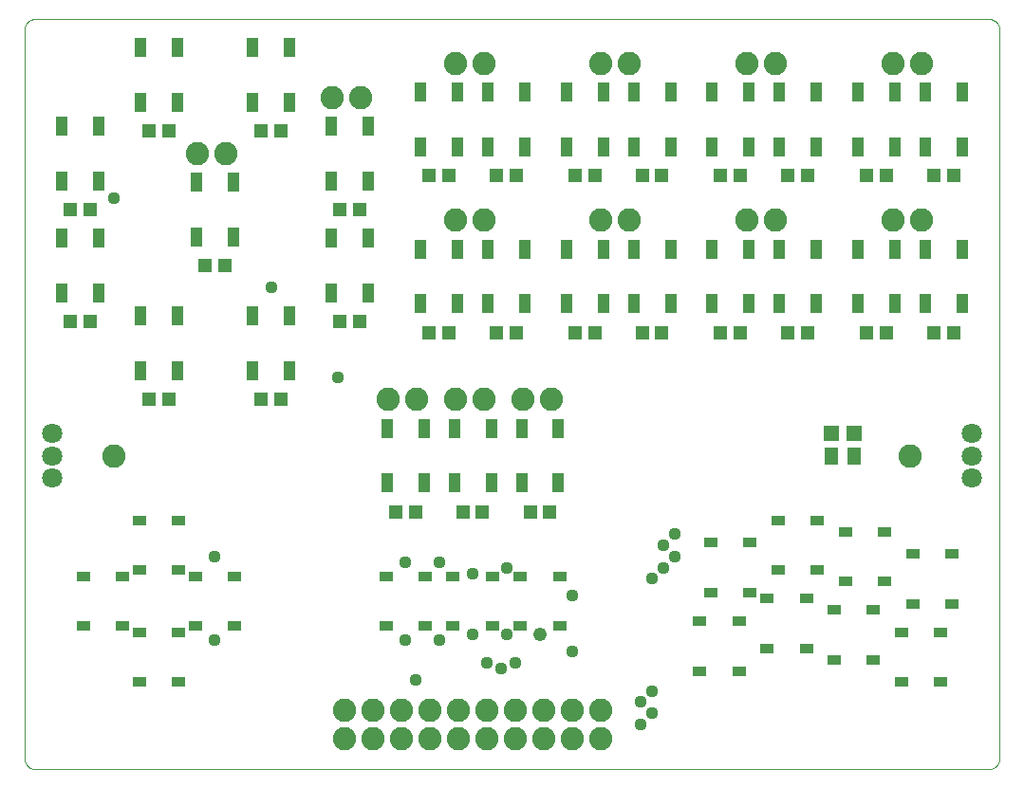
<source format=gts>
G75*
%MOIN*%
%OFA0B0*%
%FSLAX25Y25*%
%IPPOS*%
%LPD*%
%AMOC8*
5,1,8,0,0,1.08239X$1,22.5*
%
%ADD10C,0.00000*%
%ADD11R,0.04934X0.05052*%
%ADD12C,0.08200*%
%ADD13C,0.07099*%
%ADD14R,0.04343X0.06706*%
%ADD15R,0.05131X0.03556*%
%ADD16R,0.05524X0.05524*%
%ADD17R,0.05131X0.06312*%
%ADD18C,0.04369*%
%ADD19C,0.04762*%
D10*
X0005737Y0001800D02*
X0340383Y0001800D01*
X0340507Y0001802D01*
X0340630Y0001808D01*
X0340754Y0001817D01*
X0340876Y0001831D01*
X0340999Y0001848D01*
X0341121Y0001870D01*
X0341242Y0001895D01*
X0341362Y0001924D01*
X0341481Y0001956D01*
X0341600Y0001993D01*
X0341717Y0002033D01*
X0341832Y0002076D01*
X0341947Y0002124D01*
X0342059Y0002175D01*
X0342170Y0002229D01*
X0342280Y0002287D01*
X0342387Y0002348D01*
X0342493Y0002413D01*
X0342596Y0002481D01*
X0342697Y0002552D01*
X0342796Y0002626D01*
X0342893Y0002703D01*
X0342987Y0002784D01*
X0343078Y0002867D01*
X0343167Y0002953D01*
X0343253Y0003042D01*
X0343336Y0003133D01*
X0343417Y0003227D01*
X0343494Y0003324D01*
X0343568Y0003423D01*
X0343639Y0003524D01*
X0343707Y0003627D01*
X0343772Y0003733D01*
X0343833Y0003840D01*
X0343891Y0003950D01*
X0343945Y0004061D01*
X0343996Y0004173D01*
X0344044Y0004288D01*
X0344087Y0004403D01*
X0344127Y0004520D01*
X0344164Y0004639D01*
X0344196Y0004758D01*
X0344225Y0004878D01*
X0344250Y0004999D01*
X0344272Y0005121D01*
X0344289Y0005244D01*
X0344303Y0005366D01*
X0344312Y0005490D01*
X0344318Y0005613D01*
X0344320Y0005737D01*
X0344320Y0261643D01*
X0344318Y0261767D01*
X0344312Y0261890D01*
X0344303Y0262014D01*
X0344289Y0262136D01*
X0344272Y0262259D01*
X0344250Y0262381D01*
X0344225Y0262502D01*
X0344196Y0262622D01*
X0344164Y0262741D01*
X0344127Y0262860D01*
X0344087Y0262977D01*
X0344044Y0263092D01*
X0343996Y0263207D01*
X0343945Y0263319D01*
X0343891Y0263430D01*
X0343833Y0263540D01*
X0343772Y0263647D01*
X0343707Y0263753D01*
X0343639Y0263856D01*
X0343568Y0263957D01*
X0343494Y0264056D01*
X0343417Y0264153D01*
X0343336Y0264247D01*
X0343253Y0264338D01*
X0343167Y0264427D01*
X0343078Y0264513D01*
X0342987Y0264596D01*
X0342893Y0264677D01*
X0342796Y0264754D01*
X0342697Y0264828D01*
X0342596Y0264899D01*
X0342493Y0264967D01*
X0342387Y0265032D01*
X0342280Y0265093D01*
X0342170Y0265151D01*
X0342059Y0265205D01*
X0341947Y0265256D01*
X0341832Y0265304D01*
X0341717Y0265347D01*
X0341600Y0265387D01*
X0341481Y0265424D01*
X0341362Y0265456D01*
X0341242Y0265485D01*
X0341121Y0265510D01*
X0340999Y0265532D01*
X0340876Y0265549D01*
X0340754Y0265563D01*
X0340630Y0265572D01*
X0340507Y0265578D01*
X0340383Y0265580D01*
X0005737Y0265580D01*
X0005613Y0265578D01*
X0005490Y0265572D01*
X0005366Y0265563D01*
X0005244Y0265549D01*
X0005121Y0265532D01*
X0004999Y0265510D01*
X0004878Y0265485D01*
X0004758Y0265456D01*
X0004639Y0265424D01*
X0004520Y0265387D01*
X0004403Y0265347D01*
X0004288Y0265304D01*
X0004173Y0265256D01*
X0004061Y0265205D01*
X0003950Y0265151D01*
X0003840Y0265093D01*
X0003733Y0265032D01*
X0003627Y0264967D01*
X0003524Y0264899D01*
X0003423Y0264828D01*
X0003324Y0264754D01*
X0003227Y0264677D01*
X0003133Y0264596D01*
X0003042Y0264513D01*
X0002953Y0264427D01*
X0002867Y0264338D01*
X0002784Y0264247D01*
X0002703Y0264153D01*
X0002626Y0264056D01*
X0002552Y0263957D01*
X0002481Y0263856D01*
X0002413Y0263753D01*
X0002348Y0263647D01*
X0002287Y0263540D01*
X0002229Y0263430D01*
X0002175Y0263319D01*
X0002124Y0263207D01*
X0002076Y0263092D01*
X0002033Y0262977D01*
X0001993Y0262860D01*
X0001956Y0262741D01*
X0001924Y0262622D01*
X0001895Y0262502D01*
X0001870Y0262381D01*
X0001848Y0262259D01*
X0001831Y0262136D01*
X0001817Y0262014D01*
X0001808Y0261890D01*
X0001802Y0261767D01*
X0001800Y0261643D01*
X0001800Y0005737D01*
X0001802Y0005613D01*
X0001808Y0005490D01*
X0001817Y0005366D01*
X0001831Y0005244D01*
X0001848Y0005121D01*
X0001870Y0004999D01*
X0001895Y0004878D01*
X0001924Y0004758D01*
X0001956Y0004639D01*
X0001993Y0004520D01*
X0002033Y0004403D01*
X0002076Y0004288D01*
X0002124Y0004173D01*
X0002175Y0004061D01*
X0002229Y0003950D01*
X0002287Y0003840D01*
X0002348Y0003733D01*
X0002413Y0003627D01*
X0002481Y0003524D01*
X0002552Y0003423D01*
X0002626Y0003324D01*
X0002703Y0003227D01*
X0002784Y0003133D01*
X0002867Y0003042D01*
X0002953Y0002953D01*
X0003042Y0002867D01*
X0003133Y0002784D01*
X0003227Y0002703D01*
X0003324Y0002626D01*
X0003423Y0002552D01*
X0003524Y0002481D01*
X0003627Y0002413D01*
X0003733Y0002348D01*
X0003840Y0002287D01*
X0003950Y0002229D01*
X0004061Y0002175D01*
X0004173Y0002124D01*
X0004288Y0002076D01*
X0004403Y0002033D01*
X0004520Y0001993D01*
X0004639Y0001956D01*
X0004758Y0001924D01*
X0004878Y0001895D01*
X0004999Y0001870D01*
X0005121Y0001848D01*
X0005244Y0001831D01*
X0005366Y0001817D01*
X0005490Y0001808D01*
X0005613Y0001802D01*
X0005737Y0001800D01*
D11*
X0132213Y0092351D03*
X0139103Y0092351D03*
X0155835Y0092351D03*
X0162725Y0092351D03*
X0179457Y0092351D03*
X0186347Y0092351D03*
X0195206Y0155343D03*
X0202095Y0155343D03*
X0218828Y0155343D03*
X0225717Y0155343D03*
X0246387Y0155343D03*
X0253276Y0155343D03*
X0270009Y0155343D03*
X0276898Y0155343D03*
X0297568Y0155343D03*
X0304457Y0155343D03*
X0321190Y0155343D03*
X0328080Y0155343D03*
X0328080Y0210461D03*
X0321190Y0210461D03*
X0304457Y0210461D03*
X0297568Y0210461D03*
X0276898Y0210461D03*
X0270009Y0210461D03*
X0253276Y0210461D03*
X0246387Y0210461D03*
X0225717Y0210461D03*
X0218828Y0210461D03*
X0202095Y0210461D03*
X0195206Y0210461D03*
X0174536Y0210461D03*
X0167646Y0210461D03*
X0150914Y0210461D03*
X0144024Y0210461D03*
X0119418Y0198650D03*
X0112528Y0198650D03*
X0091859Y0226209D03*
X0084969Y0226209D03*
X0052489Y0226209D03*
X0045599Y0226209D03*
X0024930Y0198650D03*
X0018040Y0198650D03*
X0065284Y0178965D03*
X0072174Y0178965D03*
X0112528Y0159280D03*
X0119418Y0159280D03*
X0144024Y0155343D03*
X0150914Y0155343D03*
X0167646Y0155343D03*
X0174536Y0155343D03*
X0091859Y0131721D03*
X0084969Y0131721D03*
X0052489Y0131721D03*
X0045599Y0131721D03*
X0024930Y0159280D03*
X0018040Y0159280D03*
D12*
X0033296Y0112036D03*
X0129595Y0131721D03*
X0139595Y0131721D03*
X0153217Y0131721D03*
X0163217Y0131721D03*
X0176839Y0131721D03*
X0186839Y0131721D03*
X0204398Y0194713D03*
X0214398Y0194713D03*
X0255580Y0194713D03*
X0265580Y0194713D03*
X0306761Y0194713D03*
X0316761Y0194713D03*
X0316761Y0249831D03*
X0306761Y0249831D03*
X0265580Y0249831D03*
X0255580Y0249831D03*
X0214398Y0249831D03*
X0204398Y0249831D03*
X0163217Y0249831D03*
X0153217Y0249831D03*
X0119910Y0238020D03*
X0109910Y0238020D03*
X0072666Y0218335D03*
X0062666Y0218335D03*
X0153217Y0194713D03*
X0163217Y0194713D03*
X0312824Y0112036D03*
X0204280Y0022548D03*
X0194280Y0022548D03*
X0184280Y0022548D03*
X0174280Y0022548D03*
X0164280Y0022548D03*
X0154280Y0022548D03*
X0144280Y0022548D03*
X0134280Y0022548D03*
X0124280Y0022548D03*
X0114280Y0022548D03*
X0114280Y0012548D03*
X0124280Y0012548D03*
X0134280Y0012548D03*
X0144280Y0012548D03*
X0154280Y0012548D03*
X0164280Y0012548D03*
X0174280Y0012548D03*
X0184280Y0012548D03*
X0194280Y0012548D03*
X0204280Y0012548D03*
D13*
X0334674Y0104162D03*
X0334674Y0112036D03*
X0334674Y0119910D03*
X0011446Y0119910D03*
X0011446Y0112036D03*
X0011446Y0104162D03*
D14*
X0042548Y0141761D03*
X0055540Y0141761D03*
X0055540Y0161052D03*
X0042548Y0161052D03*
X0027981Y0169320D03*
X0014989Y0169320D03*
X0014989Y0188611D03*
X0027981Y0188611D03*
X0027981Y0208690D03*
X0014989Y0208690D03*
X0014989Y0227981D03*
X0027981Y0227981D03*
X0042548Y0236249D03*
X0055540Y0236249D03*
X0055540Y0255540D03*
X0042548Y0255540D03*
X0081918Y0255540D03*
X0094910Y0255540D03*
X0094910Y0236249D03*
X0081918Y0236249D03*
X0109477Y0227981D03*
X0122469Y0227981D03*
X0140973Y0220501D03*
X0153965Y0220501D03*
X0164595Y0220501D03*
X0177587Y0220501D03*
X0192154Y0220501D03*
X0205146Y0220501D03*
X0215776Y0220501D03*
X0228769Y0220501D03*
X0243335Y0220501D03*
X0256328Y0220501D03*
X0266957Y0220501D03*
X0279950Y0220501D03*
X0294517Y0220501D03*
X0307509Y0220501D03*
X0318139Y0220501D03*
X0331131Y0220501D03*
X0331131Y0239792D03*
X0318139Y0239792D03*
X0307509Y0239792D03*
X0294517Y0239792D03*
X0279950Y0239792D03*
X0266957Y0239792D03*
X0256328Y0239792D03*
X0243335Y0239792D03*
X0228769Y0239792D03*
X0215776Y0239792D03*
X0205146Y0239792D03*
X0192154Y0239792D03*
X0177587Y0239792D03*
X0164595Y0239792D03*
X0153965Y0239792D03*
X0140973Y0239792D03*
X0122469Y0208690D03*
X0109477Y0208690D03*
X0109477Y0188611D03*
X0122469Y0188611D03*
X0140973Y0184674D03*
X0153965Y0184674D03*
X0164595Y0184674D03*
X0177587Y0184674D03*
X0192154Y0184674D03*
X0205146Y0184674D03*
X0215776Y0184674D03*
X0228769Y0184674D03*
X0243335Y0184674D03*
X0256328Y0184674D03*
X0266957Y0184674D03*
X0279950Y0184674D03*
X0294517Y0184674D03*
X0307509Y0184674D03*
X0318139Y0184674D03*
X0331131Y0184674D03*
X0331131Y0165383D03*
X0318139Y0165383D03*
X0307509Y0165383D03*
X0294517Y0165383D03*
X0279950Y0165383D03*
X0266957Y0165383D03*
X0256328Y0165383D03*
X0243335Y0165383D03*
X0228769Y0165383D03*
X0215776Y0165383D03*
X0205146Y0165383D03*
X0192154Y0165383D03*
X0177587Y0165383D03*
X0164595Y0165383D03*
X0153965Y0165383D03*
X0140973Y0165383D03*
X0122469Y0169320D03*
X0109477Y0169320D03*
X0094910Y0161052D03*
X0081918Y0161052D03*
X0081918Y0141761D03*
X0094910Y0141761D03*
X0129162Y0121682D03*
X0142154Y0121682D03*
X0152784Y0121682D03*
X0165776Y0121682D03*
X0176406Y0121682D03*
X0189398Y0121682D03*
X0189398Y0102391D03*
X0176406Y0102391D03*
X0165776Y0102391D03*
X0152784Y0102391D03*
X0142154Y0102391D03*
X0129162Y0102391D03*
X0075225Y0189005D03*
X0062233Y0189005D03*
X0062233Y0208296D03*
X0075225Y0208296D03*
D15*
X0055934Y0089300D03*
X0042154Y0089300D03*
X0042154Y0071780D03*
X0036249Y0069615D03*
X0022469Y0069615D03*
X0022469Y0052095D03*
X0036249Y0052095D03*
X0042154Y0049930D03*
X0055934Y0049930D03*
X0061839Y0052095D03*
X0075619Y0052095D03*
X0075619Y0069615D03*
X0061839Y0069615D03*
X0055934Y0071780D03*
X0055934Y0032410D03*
X0042154Y0032410D03*
X0128769Y0052095D03*
X0142548Y0052095D03*
X0152391Y0052095D03*
X0166170Y0052095D03*
X0176013Y0052095D03*
X0189792Y0052095D03*
X0189792Y0069615D03*
X0176013Y0069615D03*
X0166170Y0069615D03*
X0152391Y0069615D03*
X0142548Y0069615D03*
X0128769Y0069615D03*
X0239005Y0053867D03*
X0242942Y0063906D03*
X0252784Y0053867D03*
X0256721Y0063906D03*
X0262627Y0061741D03*
X0266564Y0071780D03*
X0280343Y0071780D03*
X0290186Y0067843D03*
X0286249Y0057804D03*
X0276406Y0061741D03*
X0276406Y0044221D03*
X0286249Y0040284D03*
X0300028Y0040284D03*
X0309871Y0032410D03*
X0323650Y0032410D03*
X0323650Y0049930D03*
X0327587Y0059969D03*
X0313808Y0059969D03*
X0303965Y0067843D03*
X0313808Y0077489D03*
X0303965Y0085363D03*
X0290186Y0085363D03*
X0280343Y0089300D03*
X0266564Y0089300D03*
X0256721Y0081426D03*
X0242942Y0081426D03*
X0262627Y0044221D03*
X0252784Y0036347D03*
X0239005Y0036347D03*
X0300028Y0057804D03*
X0309871Y0049930D03*
X0327587Y0077489D03*
D16*
X0293335Y0119910D03*
X0285068Y0119910D03*
D17*
X0285265Y0112036D03*
X0293139Y0112036D03*
D18*
X0230146Y0084477D03*
X0226209Y0080540D03*
X0230146Y0076603D03*
X0226209Y0072666D03*
X0222272Y0068729D03*
X0194280Y0062824D03*
X0194280Y0043139D03*
X0174280Y0039202D03*
X0169280Y0037233D03*
X0164280Y0039202D03*
X0159280Y0049044D03*
X0171091Y0049044D03*
X0147469Y0047076D03*
X0135658Y0047076D03*
X0139280Y0033296D03*
X0159280Y0070698D03*
X0171091Y0072666D03*
X0147469Y0074635D03*
X0135658Y0074635D03*
X0068729Y0076603D03*
X0068729Y0047076D03*
X0112036Y0139595D03*
X0088414Y0171091D03*
X0033296Y0202587D03*
X0222272Y0029359D03*
X0218335Y0025422D03*
X0222272Y0021485D03*
X0218335Y0017548D03*
D19*
X0182902Y0049044D03*
M02*

</source>
